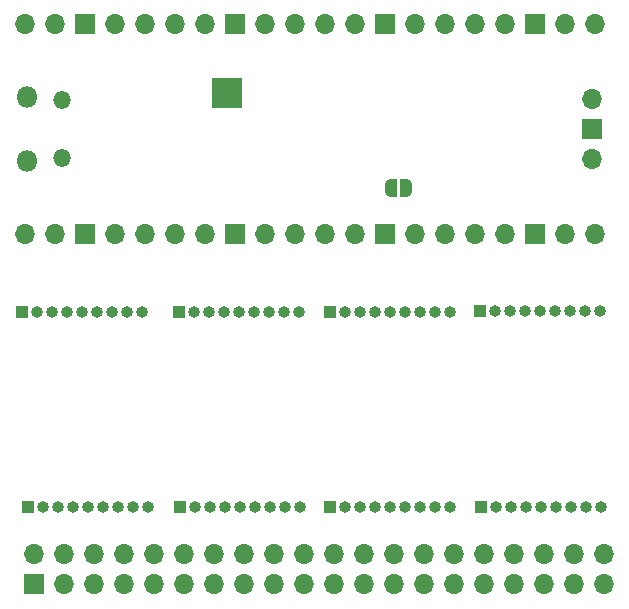
<source format=gbr>
%TF.GenerationSoftware,KiCad,Pcbnew,8.0.0*%
%TF.CreationDate,2024-03-20T19:05:42-04:00*%
%TF.ProjectId,level-shifted,6c657665-6c2d-4736-9869-667465642e6b,rev?*%
%TF.SameCoordinates,Original*%
%TF.FileFunction,Soldermask,Bot*%
%TF.FilePolarity,Negative*%
%FSLAX46Y46*%
G04 Gerber Fmt 4.6, Leading zero omitted, Abs format (unit mm)*
G04 Created by KiCad (PCBNEW 8.0.0) date 2024-03-20 19:05:42*
%MOMM*%
%LPD*%
G01*
G04 APERTURE LIST*
G04 Aperture macros list*
%AMFreePoly0*
4,1,19,0.500000,-0.750000,0.000000,-0.750000,0.000000,-0.744911,-0.071157,-0.744911,-0.207708,-0.704816,-0.327430,-0.627875,-0.420627,-0.520320,-0.479746,-0.390866,-0.500000,-0.250000,-0.500000,0.250000,-0.479746,0.390866,-0.420627,0.520320,-0.327430,0.627875,-0.207708,0.704816,-0.071157,0.744911,0.000000,0.744911,0.000000,0.750000,0.500000,0.750000,0.500000,-0.750000,0.500000,-0.750000,
$1*%
%AMFreePoly1*
4,1,19,0.000000,0.744911,0.071157,0.744911,0.207708,0.704816,0.327430,0.627875,0.420627,0.520320,0.479746,0.390866,0.500000,0.250000,0.500000,-0.250000,0.479746,-0.390866,0.420627,-0.520320,0.327430,-0.627875,0.207708,-0.704816,0.071157,-0.744911,0.000000,-0.744911,0.000000,-0.750000,-0.500000,-0.750000,-0.500000,0.750000,0.000000,0.750000,0.000000,0.744911,0.000000,0.744911,
$1*%
G04 Aperture macros list end*
%ADD10R,1.000000X1.000000*%
%ADD11O,1.000000X1.000000*%
%ADD12R,1.700000X1.700000*%
%ADD13O,1.700000X1.700000*%
%ADD14O,1.800000X1.800000*%
%ADD15O,1.500000X1.500000*%
%ADD16R,2.500000X2.500000*%
%ADD17FreePoly0,180.000000*%
%ADD18FreePoly1,180.000000*%
G04 APERTURE END LIST*
D10*
%TO.C,J110*%
X153690000Y-92500000D03*
D11*
X154960000Y-92500000D03*
X156230000Y-92500000D03*
X157500000Y-92500000D03*
X158770000Y-92500000D03*
X160040000Y-92500000D03*
X161310000Y-92500000D03*
X162580000Y-92500000D03*
X163850000Y-92500000D03*
%TD*%
D10*
%TO.C,J109*%
X140880000Y-92500000D03*
D11*
X142150000Y-92500000D03*
X143420000Y-92500000D03*
X144690000Y-92500000D03*
X145960000Y-92500000D03*
X147230000Y-92500000D03*
X148500000Y-92500000D03*
X149770000Y-92500000D03*
X151040000Y-92500000D03*
%TD*%
D10*
%TO.C,J107*%
X127650000Y-92500000D03*
D11*
X128920000Y-92500000D03*
X130190000Y-92500000D03*
X131460000Y-92500000D03*
X132730000Y-92500000D03*
X134000000Y-92500000D03*
X135270000Y-92500000D03*
X136540000Y-92500000D03*
X137810000Y-92500000D03*
%TD*%
D10*
%TO.C,J106*%
X166425000Y-92415000D03*
D11*
X167695000Y-92415000D03*
X168965000Y-92415000D03*
X170235000Y-92415000D03*
X171505000Y-92415000D03*
X172775000Y-92415000D03*
X174045000Y-92415000D03*
X175315000Y-92415000D03*
X176585000Y-92415000D03*
%TD*%
D10*
%TO.C,J105*%
X141000000Y-109000000D03*
D11*
X142270000Y-109000000D03*
X143540000Y-109000000D03*
X144810000Y-109000000D03*
X146080000Y-109000000D03*
X147350000Y-109000000D03*
X148620000Y-109000000D03*
X149890000Y-109000000D03*
X151160000Y-109000000D03*
%TD*%
%TO.C,J103*%
X138310000Y-109000000D03*
X137040000Y-109000000D03*
X135770000Y-109000000D03*
X134500000Y-109000000D03*
X133230000Y-109000000D03*
X131960000Y-109000000D03*
X130690000Y-109000000D03*
X129420000Y-109000000D03*
D10*
X128150000Y-109000000D03*
%TD*%
%TO.C,J102*%
X153690000Y-109000000D03*
D11*
X154960000Y-109000000D03*
X156230000Y-109000000D03*
X157500000Y-109000000D03*
X158770000Y-109000000D03*
X160040000Y-109000000D03*
X161310000Y-109000000D03*
X162580000Y-109000000D03*
X163850000Y-109000000D03*
%TD*%
D10*
%TO.C,J101*%
X166500000Y-109000000D03*
D11*
X167770000Y-109000000D03*
X169040000Y-109000000D03*
X170310000Y-109000000D03*
X171580000Y-109000000D03*
X172850000Y-109000000D03*
X174120000Y-109000000D03*
X175390000Y-109000000D03*
X176660000Y-109000000D03*
%TD*%
D12*
%TO.C,J104*%
X128650000Y-115570000D03*
D13*
X128650000Y-113030000D03*
X131190000Y-115570000D03*
X131190000Y-113030000D03*
X133730000Y-115570000D03*
X133730000Y-113030000D03*
X136270000Y-115570000D03*
X136270000Y-113030000D03*
X138810000Y-115570000D03*
X138810000Y-113030000D03*
X141350000Y-115570000D03*
X141350000Y-113030000D03*
X143890000Y-115570000D03*
X143890000Y-113030000D03*
X146430000Y-115570000D03*
X146430000Y-113030000D03*
X148970000Y-115570000D03*
X148970000Y-113030000D03*
X151510000Y-115570000D03*
X151510000Y-113030000D03*
X154050000Y-115570000D03*
X154050000Y-113030000D03*
X156590000Y-115570000D03*
X156590000Y-113030000D03*
X159130000Y-115570000D03*
X159130000Y-113030000D03*
X161670000Y-115570000D03*
X161670000Y-113030000D03*
X164210000Y-115570000D03*
X164210000Y-113030000D03*
X166750000Y-115570000D03*
X166750000Y-113030000D03*
X169290000Y-115570000D03*
X169290000Y-113030000D03*
X171830000Y-115570000D03*
X171830000Y-113030000D03*
X174370000Y-115570000D03*
X174370000Y-113030000D03*
X176910000Y-115570000D03*
X176910000Y-113030000D03*
%TD*%
D14*
%TO.C,U104*%
X128000000Y-79725000D03*
D15*
X131030000Y-79425000D03*
X131030000Y-74575000D03*
D14*
X128000000Y-74275000D03*
D13*
X127870000Y-85890000D03*
X130410000Y-85890000D03*
D12*
X132950000Y-85890000D03*
D13*
X135490000Y-85890000D03*
X138030000Y-85890000D03*
X140570000Y-85890000D03*
X143110000Y-85890000D03*
D12*
X145650000Y-85890000D03*
D13*
X148190000Y-85890000D03*
X150730000Y-85890000D03*
X153270000Y-85890000D03*
X155810000Y-85890000D03*
D12*
X158350000Y-85890000D03*
D13*
X160890000Y-85890000D03*
X163430000Y-85890000D03*
X165970000Y-85890000D03*
X168510000Y-85890000D03*
D12*
X171050000Y-85890000D03*
D13*
X173590000Y-85890000D03*
X176130000Y-85890000D03*
X176130000Y-68110000D03*
X173590000Y-68110000D03*
D12*
X171050000Y-68110000D03*
D13*
X168510000Y-68110000D03*
X165970000Y-68110000D03*
X163430000Y-68110000D03*
X160890000Y-68110000D03*
D12*
X158350000Y-68110000D03*
D13*
X155810000Y-68110000D03*
X153270000Y-68110000D03*
X150730000Y-68110000D03*
X148190000Y-68110000D03*
D12*
X145650000Y-68110000D03*
D13*
X143110000Y-68110000D03*
X140570000Y-68110000D03*
X138030000Y-68110000D03*
X135490000Y-68110000D03*
D12*
X132950000Y-68110000D03*
D13*
X130410000Y-68110000D03*
X127870000Y-68110000D03*
X175900000Y-79540000D03*
D12*
X175900000Y-77000000D03*
D13*
X175900000Y-74460000D03*
%TD*%
D16*
%TO.C,TP101*%
X145000000Y-74000000D03*
%TD*%
D17*
%TO.C,JP101*%
X160150000Y-82000000D03*
D18*
X158850000Y-82000000D03*
%TD*%
M02*

</source>
